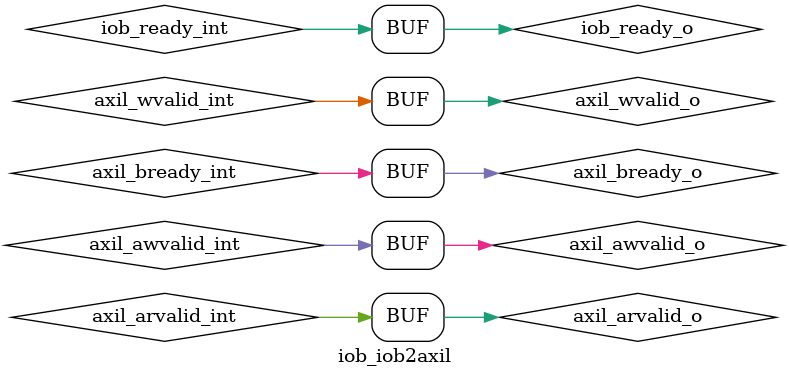
<source format=v>

`timescale 1ns / 1ps
`include "iob_iob2axil_conf.vh"

module iob_iob2axil #(
   `include "iob_iob2axil_params.vs"
) (
   `include "iob_iob2axil_io.vs"
);

   localparam WAIT_AVALID  = 3'd0;
   localparam WAIT_AWREADY = 3'd1;
   localparam WAIT_WREADY  = 3'd2;
   localparam WAIT_BVALID  = 3'd3;
   localparam WAIT_RVALID  = 3'd4;

   reg axil_awvalid_int;
   reg axil_arvalid_int;
   reg axil_wvalid_int;
   reg axil_bready_int;
   reg iob_ready_int;

   wire wen;
   assign wen = |iob_wstrb_i;

   //
   // COMPUTE IOb OUTPUTS
   //
   assign iob_rvalid_o   = axil_rvalid_i;
   assign iob_rdata_o    = axil_rdata_i;
   assign iob_ready_o    = iob_ready_int;

   //
   // COMPUTE AXIL OUTPUTS
   //

   // write address
   assign axil_awvalid_o = axil_awvalid_int;
   assign axil_awaddr_o  = iob_addr_i;

   // write
   assign axil_wvalid_o  = axil_wvalid_int;
   assign axil_wdata_o   = iob_wdata_i;
   assign axil_wstrb_o   = iob_wstrb_i;

   // write response
   assign axil_bready_o  = axil_bready_int;

   // read address
   assign axil_arvalid_o = axil_arvalid_int;
   assign axil_araddr_o  = iob_addr_i;

   // read
   assign axil_rready_o  = iob_rready_i;

   //program counter
   wire [2:0] pc_cnt;
   reg  [2:0] pc_cnt_nxt;
   iob_reg_ca #(
      .DATA_W (3),
      .RST_VAL(3'd0)
   ) pc_reg (
      .clk_i (clk_i),
      .cke_i (cke_i),
      .arst_i(arst_i),
      .data_i(pc_cnt_nxt),
      .data_o(pc_cnt)
   );

   always @* begin

      pc_cnt_nxt       = pc_cnt;
      axil_awvalid_int = 1'b0;
      axil_arvalid_int = 1'b0;
      axil_wvalid_int  = 1'b0;
      axil_bready_int  = 1'b0;
      iob_ready_int    = 1'b0;

      case (pc_cnt)
         WAIT_AVALID: begin
             if (iob_valid_i)  begin
                 if (wen) begin
                     axil_awvalid_int = 1'b1;
                     axil_wvalid_int = 1'b1;
                     axil_bready_int = 1'b1;
                     pc_cnt_nxt = WAIT_AWREADY;
                end else begin
                    axil_arvalid_int = 1'b1;
                    if (axil_arready_i) begin
                        iob_ready_int = 1'b1;
                        pc_cnt_nxt = WAIT_RVALID;
                    end
                end 
             end
         end
         WAIT_AWREADY: begin
             axil_awvalid_int = 1'b1;
             axil_wvalid_int = 1'b1;
             axil_bready_int = 1'b1;
             if (axil_awready_i & axil_wready_i) begin
                 pc_cnt_nxt = WAIT_BVALID;
             end else if (axil_awready_i) begin
                 pc_cnt_nxt = WAIT_WREADY;
             end
         end
         WAIT_WREADY: begin
             axil_wvalid_int = 1'b1;
             axil_bready_int = 1'b1;
             if (axil_wready_i) begin
                 pc_cnt_nxt = WAIT_BVALID;
             end
         end
         WAIT_BVALID: begin
             axil_bready_int = 1'b1;
             if (axil_bvalid_i) begin
                 pc_cnt_nxt = WAIT_AVALID;
                 iob_ready_int = 1'b1;
             end
         end
         WAIT_RVALID: begin
             if (axil_rvalid_i & iob_rready_i) begin
                 pc_cnt_nxt = WAIT_AVALID;
             end
         end
         default: begin
            pc_cnt_nxt = WAIT_AVALID;
         end
      endcase
   end  // always @ *

endmodule

</source>
